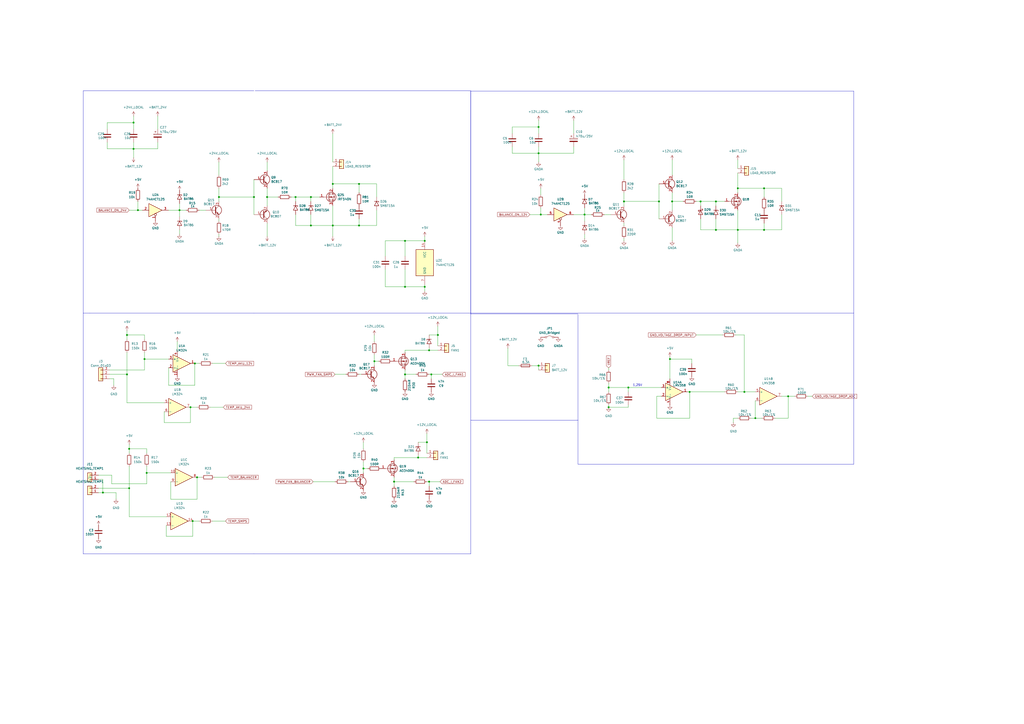
<source format=kicad_sch>
(kicad_sch (version 20231120) (generator "eeschema") (generator_version "8.0")
  (paper "A2")
  (junction (at 389.89 116.84))
  (junction (at 400.05 227.33))
  (junction (at 427.99 133.35))
  (junction (at 312.42 88.9))
  (junction (at 80.01 121.92))
  (junction (at 77.47 71.12))
  (junction (at 180.34 114.3))
  (junction (at 171.45 114.3))
  (junction (at 234.95 217.17))
  (junction (at 147.32 114.3))
  (junction (at 457.2 229.87))
  (junction (at 427.99 109.22))
  (junction (at 73.66 194.31))
  (junction (at 114.3 276.86))
  (junction (at 312.42 73.66))
  (junction (at 415.29 133.35))
  (junction (at 193.04 130.81))
  (junction (at 210.82 271.78))
  (junction (at 104.14 121.92))
  (junction (at 339.09 124.46))
  (junction (at 388.62 208.28))
  (junction (at 443.23 109.22))
  (junction (at 406.4 116.84))
  (junction (at 77.47 86.36))
  (junction (at 193.04 106.68))
  (junction (at 154.94 114.3))
  (junction (at 353.06 224.79))
  (junction (at 180.34 130.81))
  (junction (at 312.42 212.09))
  (junction (at 113.03 210.82))
  (junction (at 313.69 124.46))
  (junction (at 361.95 116.84))
  (junction (at 382.27 116.84))
  (junction (at 74.93 283.21))
  (junction (at 208.28 130.81))
  (junction (at 110.49 236.22))
  (junction (at 208.28 106.68))
  (junction (at 234.95 139.7))
  (junction (at 247.65 256.54))
  (junction (at 438.15 242.57))
  (junction (at 85.09 274.32))
  (junction (at 127 114.3))
  (junction (at 242.57 265.43))
  (junction (at 250.19 217.17))
  (junction (at 111.76 302.26))
  (junction (at 246.38 139.7))
  (junction (at 415.29 116.84))
  (junction (at 234.95 166.37))
  (junction (at 431.8 227.33))
  (junction (at 248.92 279.4))
  (junction (at 74.93 260.35))
  (junction (at 443.23 133.35))
  (junction (at 217.17 209.55))
  (junction (at 353.06 236.22))
  (junction (at 59.69 285.75))
  (junction (at 246.38 166.37))
  (junction (at 73.66 217.17))
  (junction (at 83.82 208.28))
  (junction (at 248.92 203.2))
  (junction (at 254 194.31))
  (junction (at 228.6 279.4))
  (junction (at 364.49 224.79))
  (wire (pts (xy 218.44 106.68) (xy 218.44 114.3)))
  (wire (pts (xy 415.29 133.35) (xy 406.4 133.35)))
  (wire (pts (xy 307.34 124.46) (xy 313.69 124.46)))
  (wire (pts (xy 85.09 262.89) (xy 85.09 260.35)))
  (wire (pts (xy 77.47 71.12) (xy 77.47 74.93)))
  (wire (pts (xy 228.6 276.86) (xy 228.6 279.4)))
  (wire (pts (xy 96.52 304.8) (xy 96.52 311.15)))
  (wire (pts (xy 210.82 256.54) (xy 210.82 260.35)))
  (wire (pts (xy 73.66 233.68) (xy 95.25 233.68)))
  (wire (pts (xy 59.69 278.13) (xy 59.69 285.75)))
  (wire (pts (xy 308.61 212.09) (xy 312.42 212.09)))
  (wire (pts (xy 154.94 93.98) (xy 154.94 99.06)))
  (wire (pts (xy 210.82 267.97) (xy 210.82 271.78)))
  (wire (pts (xy 332.74 88.9) (xy 332.74 85.09)))
  (wire (pts (xy 400.05 227.33) (xy 398.78 227.33)))
  (wire (pts (xy 431.8 227.33) (xy 438.15 227.33)))
  (wire (pts (xy 443.23 109.22) (xy 453.39 109.22)))
  (wire (pts (xy 127 93.98) (xy 127 101.6)))
  (wire (pts (xy 339.09 120.65) (xy 339.09 124.46)))
  (wire (pts (xy 77.47 86.36) (xy 77.47 91.44)))
  (wire (pts (xy 83.82 196.85) (xy 83.82 194.31)))
  (wire (pts (xy 210.82 271.78) (xy 213.36 271.78)))
  (wire (pts (xy 147.32 114.3) (xy 147.32 124.46)))
  (wire (pts (xy 247.65 279.4) (xy 248.92 279.4)))
  (wire (pts (xy 228.6 265.43) (xy 228.6 266.7)))
  (wire (pts (xy 353.06 224.79) (xy 353.06 227.33)))
  (wire (pts (xy 389.89 92.71) (xy 389.89 101.6)))
  (wire (pts (xy 193.04 119.38) (xy 193.04 130.81)))
  (wire (pts (xy 57.15 283.21) (xy 74.93 283.21)))
  (wire (pts (xy 57.15 278.13) (xy 59.69 278.13)))
  (wire (pts (xy 110.49 236.22) (xy 114.3 236.22)))
  (wire (pts (xy 457.2 242.57) (xy 457.2 229.87)))
  (wire (pts (xy 228.6 279.4) (xy 240.03 279.4)))
  (wire (pts (xy 242.57 256.54) (xy 247.65 256.54)))
  (wire (pts (xy 218.44 130.81) (xy 208.28 130.81)))
  (wire (pts (xy 62.23 82.55) (xy 62.23 86.36)))
  (wire (pts (xy 247.65 251.46) (xy 247.65 256.54)))
  (wire (pts (xy 74.93 257.81) (xy 74.93 260.35)))
  (wire (pts (xy 73.66 191.77) (xy 73.66 194.31)))
  (wire (pts (xy 210.82 274.32) (xy 210.82 271.78)))
  (wire (pts (xy 99.06 279.4) (xy 99.06 289.56)))
  (wire (pts (xy 66.04 219.71) (xy 66.04 223.52)))
  (polyline (pts (xy 48.26 52.705) (xy 48.26 181.61)))
  (wire (pts (xy 96.52 311.15) (xy 111.76 311.15)))
  (polyline (pts (xy 48.26 321.31) (xy 48.26 181.61)))
  (wire (pts (xy 406.4 116.84) (xy 406.4 119.38)))
  (polyline (pts (xy 147.32 321.31) (xy 48.26 321.31)))
  (wire (pts (xy 59.69 285.75) (xy 67.31 285.75)))
  (wire (pts (xy 332.74 69.85) (xy 332.74 77.47)))
  (wire (pts (xy 80.01 116.84) (xy 80.01 121.92)))
  (wire (pts (xy 223.52 156.21) (xy 223.52 166.37)))
  (wire (pts (xy 361.95 116.84) (xy 361.95 119.38)))
  (wire (pts (xy 389.89 111.76) (xy 389.89 116.84)))
  (wire (pts (xy 104.14 121.92) (xy 104.14 125.73)))
  (wire (pts (xy 171.45 114.3) (xy 171.45 116.84)))
  (wire (pts (xy 246.38 137.16) (xy 246.38 139.7)))
  (wire (pts (xy 443.23 129.54) (xy 443.23 133.35)))
  (wire (pts (xy 382.27 116.84) (xy 361.95 116.84)))
  (wire (pts (xy 415.29 116.84) (xy 415.29 119.38)))
  (wire (pts (xy 400.05 242.57) (xy 400.05 227.33)))
  (wire (pts (xy 99.06 274.32) (xy 85.09 274.32)))
  (wire (pts (xy 234.95 217.17) (xy 234.95 219.71)))
  (wire (pts (xy 111.76 302.26) (xy 115.57 302.26)))
  (wire (pts (xy 217.17 205.74) (xy 217.17 209.55)))
  (wire (pts (xy 427.99 133.35) (xy 427.99 140.97)))
  (wire (pts (xy 297.18 73.66) (xy 297.18 77.47)))
  (wire (pts (xy 382.27 116.84) (xy 382.27 127)))
  (wire (pts (xy 217.17 212.09) (xy 217.17 209.55)))
  (wire (pts (xy 180.34 130.81) (xy 171.45 130.81)))
  (wire (pts (xy 389.89 139.7) (xy 389.89 132.08)))
  (wire (pts (xy 77.47 82.55) (xy 77.47 86.36)))
  (wire (pts (xy 234.95 203.2) (xy 248.92 203.2)))
  (wire (pts (xy 339.09 135.89) (xy 339.09 138.43)))
  (wire (pts (xy 127 137.16) (xy 127 135.89)))
  (wire (pts (xy 246.38 166.37) (xy 234.95 166.37)))
  (polyline (pts (xy 335.28 269.24) (xy 495.3 269.24)))
  (wire (pts (xy 332.74 124.46) (xy 339.09 124.46)))
  (wire (pts (xy 353.06 213.36) (xy 353.06 214.63)))
  (wire (pts (xy 193.04 130.81) (xy 193.04 137.16)))
  (wire (pts (xy 85.09 274.32) (xy 85.09 270.51)))
  (wire (pts (xy 431.8 194.31) (xy 431.8 227.33)))
  (wire (pts (xy 468.63 229.87) (xy 471.17 229.87)))
  (wire (pts (xy 74.93 283.21) (xy 74.93 299.72)))
  (wire (pts (xy 438.15 242.57) (xy 441.96 242.57)))
  (wire (pts (xy 420.37 116.84) (xy 415.29 116.84)))
  (wire (pts (xy 193.04 130.81) (xy 180.34 130.81)))
  (wire (pts (xy 64.77 275.59) (xy 64.77 280.67)))
  (wire (pts (xy 228.6 279.4) (xy 228.6 281.94)))
  (wire (pts (xy 312.42 73.66) (xy 312.42 77.47)))
  (wire (pts (xy 461.01 229.87) (xy 457.2 229.87)))
  (wire (pts (xy 234.95 217.17) (xy 241.3 217.17)))
  (wire (pts (xy 438.15 232.41) (xy 438.15 242.57)))
  (wire (pts (xy 313.69 124.46) (xy 317.5 124.46)))
  (wire (pts (xy 250.19 217.17) (xy 250.19 219.71)))
  (wire (pts (xy 181.61 279.4) (xy 194.31 279.4)))
  (wire (pts (xy 312.42 69.85) (xy 312.42 73.66)))
  (wire (pts (xy 339.09 124.46) (xy 342.9 124.46)))
  (wire (pts (xy 234.95 139.7) (xy 223.52 139.7)))
  (polyline (pts (xy 335.28 243.84) (xy 335.28 182.372)))
  (wire (pts (xy 312.42 85.09) (xy 312.42 88.9)))
  (wire (pts (xy 59.69 285.75) (xy 57.15 285.75)))
  (wire (pts (xy 201.93 279.4) (xy 203.2 279.4)))
  (wire (pts (xy 208.28 106.68) (xy 218.44 106.68)))
  (wire (pts (xy 388.62 208.28) (xy 401.32 208.28)))
  (wire (pts (xy 83.82 194.31) (xy 73.66 194.31)))
  (wire (pts (xy 438.15 242.57) (xy 435.61 242.57)))
  (wire (pts (xy 147.32 114.3) (xy 127 114.3)))
  (wire (pts (xy 97.79 213.36) (xy 97.79 223.52)))
  (wire (pts (xy 63.5 219.71) (xy 66.04 219.71)))
  (wire (pts (xy 123.19 210.82) (xy 130.81 210.82)))
  (wire (pts (xy 382.27 106.68) (xy 382.27 116.84)))
  (wire (pts (xy 74.93 299.72) (xy 96.52 299.72)))
  (wire (pts (xy 193.04 106.68) (xy 193.04 109.22)))
  (wire (pts (xy 180.34 114.3) (xy 171.45 114.3)))
  (wire (pts (xy 248.92 279.4) (xy 248.92 281.94)))
  (wire (pts (xy 406.4 133.35) (xy 406.4 127)))
  (wire (pts (xy 124.46 276.86) (xy 132.08 276.86)))
  (wire (pts (xy 83.82 208.28) (xy 83.82 204.47)))
  (wire (pts (xy 57.15 275.59) (xy 64.77 275.59)))
  (wire (pts (xy 228.6 265.43) (xy 242.57 265.43)))
  (wire (pts (xy 223.52 139.7) (xy 223.52 148.59)))
  (wire (pts (xy 427.99 133.35) (xy 415.29 133.35)))
  (wire (pts (xy 427.99 109.22) (xy 427.99 111.76)))
  (wire (pts (xy 62.23 86.36) (xy 77.47 86.36)))
  (wire (pts (xy 364.49 224.79) (xy 383.54 224.79)))
  (wire (pts (xy 218.44 121.92) (xy 218.44 130.81)))
  (polyline (pts (xy 273.05 243.84) (xy 335.28 243.84)))
  (wire (pts (xy 77.47 86.36) (xy 91.44 86.36)))
  (wire (pts (xy 339.09 124.46) (xy 339.09 128.27)))
  (wire (pts (xy 95.25 238.76) (xy 95.25 245.11)))
  (polyline (pts (xy 48.26 181.61) (xy 52.07 181.61)))
  (wire (pts (xy 313.69 109.22) (xy 313.69 113.03)))
  (wire (pts (xy 425.45 242.57) (xy 427.99 242.57)))
  (wire (pts (xy 104.14 118.11) (xy 104.14 121.92)))
  (wire (pts (xy 388.62 208.28) (xy 388.62 219.71)))
  (wire (pts (xy 74.93 260.35) (xy 74.93 262.89)))
  (wire (pts (xy 248.92 201.93) (xy 248.92 203.2)))
  (wire (pts (xy 361.95 139.7) (xy 361.95 138.43)))
  (wire (pts (xy 73.66 217.17) (xy 73.66 233.68)))
  (wire (pts (xy 102.87 198.12) (xy 102.87 203.2)))
  (wire (pts (xy 217.17 194.31) (xy 217.17 198.12)))
  (wire (pts (xy 234.95 203.2) (xy 234.95 204.47)))
  (wire (pts (xy 389.89 116.84) (xy 396.24 116.84)))
  (wire (pts (xy 74.93 270.51) (xy 74.93 283.21)))
  (wire (pts (xy 73.66 194.31) (xy 73.66 196.85)))
  (wire (pts (xy 85.09 260.35) (xy 74.93 260.35)))
  (wire (pts (xy 91.44 86.36) (xy 91.44 82.55)))
  (wire (pts (xy 426.72 194.31) (xy 431.8 194.31)))
  (wire (pts (xy 91.44 67.31) (xy 91.44 74.93)))
  (wire (pts (xy 127 128.27) (xy 127 127)))
  (wire (pts (xy 361.95 92.71) (xy 361.95 104.14)))
  (wire (pts (xy 389.89 116.84) (xy 389.89 121.92)))
  (wire (pts (xy 104.14 121.92) (xy 107.95 121.92)))
  (wire (pts (xy 400.05 227.33) (xy 420.37 227.33)))
  (wire (pts (xy 443.23 109.22) (xy 443.23 114.3)))
  (wire (pts (xy 294.64 201.93) (xy 294.64 212.09)))
  (wire (pts (xy 154.94 114.3) (xy 161.29 114.3)))
  (wire (pts (xy 297.18 85.09) (xy 297.18 88.9)))
  (wire (pts (xy 127 114.3) (xy 127 116.84)))
  (wire (pts (xy 427.99 109.22) (xy 443.23 109.22)))
  (wire (pts (xy 242.57 265.43) (xy 247.65 265.43)))
  (wire (pts (xy 127 114.3) (xy 127 109.22)))
  (wire (pts (xy 246.38 166.37) (xy 246.38 165.1)))
  (wire (pts (xy 171.45 130.81) (xy 171.45 124.46)))
  (wire (pts (xy 248.92 194.31) (xy 254 194.31)))
  (wire (pts (xy 95.25 245.11) (xy 110.49 245.11)))
  (wire (pts (xy 180.34 114.3) (xy 180.34 116.84)))
  (wire (pts (xy 427.99 227.33) (xy 431.8 227.33)))
  (wire (pts (xy 111.76 311.15) (xy 111.76 302.26)))
  (wire (pts (xy 388.62 207.01) (xy 388.62 208.28)))
  (wire (pts (xy 147.32 104.14) (xy 147.32 114.3)))
  (polyline (pts (xy 273.05 182.118) (xy 335.28 182.118)))
  (wire (pts (xy 254 189.23) (xy 254 194.31)))
  (wire (pts (xy 312.42 88.9) (xy 312.42 93.98)))
  (wire (pts (xy 193.04 77.47) (xy 193.04 93.98)))
  (wire (pts (xy 427.99 121.92) (xy 427.99 133.35)))
  (wire (pts (xy 180.34 124.46) (xy 180.34 130.81)))
  (polyline (pts (xy 273.05 181.61) (xy 273.05 321.31)))
  (wire (pts (xy 449.58 242.57) (xy 457.2 242.57)))
  (wire (pts (xy 242.57 264.16) (xy 242.57 265.43)))
  (wire (pts (xy 415.29 127) (xy 415.29 133.35)))
  (wire (pts (xy 171.45 114.3) (xy 168.91 114.3)))
  (wire (pts (xy 383.54 229.87) (xy 381 229.87)))
  (wire (pts (xy 194.31 217.17) (xy 200.66 217.17)))
  (wire (pts (xy 246.38 168.91) (xy 246.38 166.37)))
  (wire (pts (xy 353.06 236.22) (xy 364.49 236.22)))
  (wire (pts (xy 361.95 116.84) (xy 361.95 111.76)))
  (polyline (pts (xy 147.955 52.705) (xy 273.05 52.705)))
  (wire (pts (xy 312.42 88.9) (xy 332.74 88.9)))
  (wire (pts (xy 453.39 133.35) (xy 443.23 133.35)))
  (wire (pts (xy 85.09 280.67) (xy 85.09 274.32)))
  (wire (pts (xy 64.77 280.67) (xy 85.09 280.67)))
  (wire (pts (xy 453.39 109.22) (xy 453.39 116.84)))
  (wire (pts (xy 381 229.87) (xy 381 242.57)))
  (wire (pts (xy 443.23 133.35) (xy 427.99 133.35)))
  (wire (pts (xy 381 242.57) (xy 400.05 242.57)))
  (wire (pts (xy 427.99 100.33) (xy 427.99 109.22)))
  (wire (pts (xy 427.99 92.71) (xy 427.99 97.79)))
  (wire (pts (xy 250.19 217.17) (xy 256.54 217.17)))
  (wire (pts (xy 313.69 120.65) (xy 313.69 124.46)))
  (wire (pts (xy 154.94 114.3) (xy 154.94 119.38)))
  (wire (pts (xy 247.65 256.54) (xy 247.65 262.89)))
  (wire (pts (xy 123.19 302.26) (xy 130.81 302.26)))
  (wire (pts (xy 77.47 67.31) (xy 77.47 71.12)))
  (wire (pts (xy 67.31 285.75) (xy 67.31 289.56)))
  (polyline (pts (xy 52.07 181.61) (xy 147.32 181.61)))
  (wire (pts (xy 364.49 236.22) (xy 364.49 234.95)))
  (wire (pts (xy 353.06 222.25) (xy 353.06 224.79)))
  (wire (pts (xy 208.28 127) (xy 208.28 130.81)))
  (wire (pts (xy 401.32 208.28) (xy 401.32 210.82)))
  (wire (pts (xy 104.14 133.35) (xy 104.14 135.89)))
  (wire (pts (xy 248.92 279.4) (xy 255.27 279.4)))
  (wire (pts (xy 353.06 224.79) (xy 364.49 224.79)))
  (wire (pts (xy 457.2 229.87) (xy 453.39 229.87)))
  (wire (pts (xy 248.92 203.2) (xy 254 203.2)))
  (wire (pts (xy 193.04 96.52) (xy 193.04 106.68)))
  (wire (pts (xy 406.4 116.84) (xy 403.86 116.84)))
  (wire (pts (xy 254 194.31) (xy 254 200.66)))
  (wire (pts (xy 63.5 217.17) (xy 73.66 217.17)))
  (wire (pts (xy 208.28 106.68) (xy 208.28 111.76)))
  (polyline (pts (xy 273.05 321.31) (xy 147.32 321.31)))
  (wire (pts (xy 403.86 194.31) (xy 419.1 194.31)))
  (wire (pts (xy 294.64 212.09) (xy 300.99 212.09)))
  (wire (pts (xy 62.23 71.12) (xy 62.23 74.93)))
  (wire (pts (xy 364.49 224.79) (xy 364.49 227.33)))
  (wire (pts (xy 361.95 130.81) (xy 361.95 129.54)))
  (wire (pts (xy 154.94 109.22) (xy 154.94 114.3)))
  (wire (pts (xy 97.79 208.28) (xy 83.82 208.28)))
  (wire (pts (xy 115.57 121.92) (xy 119.38 121.92)))
  (wire (pts (xy 113.03 210.82) (xy 115.57 210.82)))
  (wire (pts (xy 113.03 223.52) (xy 113.03 210.82)))
  (wire (pts (xy 193.04 106.68) (xy 208.28 106.68)))
  (wire (pts (xy 208.28 130.81) (xy 193.04 130.81)))
  (wire (pts (xy 248.92 217.17) (xy 250.19 217.17)))
  (wire (pts (xy 114.3 276.86) (xy 116.84 276.86)))
  (wire (pts (xy 97.79 223.52) (xy 113.03 223.52)))
  (wire (pts (xy 234.95 148.59) (xy 234.95 139.7)))
  (polyline (pts (xy 147.32 52.705) (xy 48.26 52.705)))
  (wire (pts (xy 425.45 245.11) (xy 425.45 242.57)))
  (wire (pts (xy 234.95 139.7) (xy 246.38 139.7)))
  (wire (pts (xy 353.06 236.22) (xy 353.06 234.95)))
  (wire (pts (xy 62.23 71.12) (xy 77.47 71.12)))
  (wire (pts (xy 63.5 214.63) (xy 83.82 214.63)))
  (wire (pts (xy 297.18 73.66) (xy 312.42 73.66)))
  (wire (pts (xy 234.95 166.37) (xy 234.95 156.21)))
  (wire (pts (xy 83.82 214.63) (xy 83.82 208.28)))
  (wire (pts (xy 185.42 114.3) (xy 180.34 114.3)))
  (wire (pts (xy 80.01 121.92) (xy 74.93 121.92)))
  (wire (pts (xy 208.28 217.17) (xy 209.55 217.17)))
  (wire (pts (xy 415.29 116.84) (xy 406.4 116.84)))
  (polyline (pts (xy 335.28 243.84) (xy 335.28 269.24)))
  (wire (pts (xy 82.55 121.92) (xy 80.01 121.92)))
  (wire (pts (xy 114.3 289.56) (xy 114.3 276.86)))
  (wire (pts (xy 297.18 88.9) (xy 312.42 88.9)))
  (polyline (pts (xy 495.3 181.61) (xy 495.3 269.24)))
  (wire (pts (xy 350.52 124.46) (xy 354.33 124.46)))
  (wire (pts (xy 154.94 137.16) (xy 154.94 129.54)))
  (polyline (pts (xy 147.32 181.61) (xy 273.05 181.61)))
  (wire (pts (xy 97.79 121.92) (xy 104.14 121.92)))
  (wire (pts (xy 217.17 209.55) (xy 219.71 209.55)))
  (wire (pts (xy 121.92 236.22) (xy 129.54 236.22)))
  (wire (pts (xy 99.06 289.56) (xy 114.3 289.56)))
  (polyline (pts (xy 273.05 52.705) (xy 273.05 182.245)))
  (wire (pts (xy 110.49 245.11) (xy 110.49 236.22)))
  (wire (pts (xy 223.52 166.37) (xy 234.95 166.37)))
  (wire (pts (xy 453.39 124.46) (xy 453.39 133.35)))
  (wire (pts (xy 234.95 214.63) (xy 234.95 217.17)))
  (wire (pts (xy 312.42 212.09) (xy 312.42 214.63)))
  (wire (pts (xy 73.66 204.47) (xy 73.66 217.17)))
  (rectangle (start 273.05 52.832) (end 495.3 181.61))
  (text "1,25V" (at 369.824 223.52 0) (effects (font (size 1.27 1.27))))
  (global_label "TEMP_AKU_24V" (shape input) (at 129.54 236.22 0) (property "Intersheetrefs" "${INTERSHEET_REFS}" (effects (hide yes))))
  (global_label "PWM_FAN_SMPS" (shape input) (at 194.31 217.17 180) (property "Intersheetrefs" "${INTERSHEET_REFS}" (effects (hide yes))))
  (global_label "TEMP_SMPS" (shape input) (at 130.81 302.26 0) (property "Intersheetrefs" "${INTERSHEET_REFS}" (effects (hide yes))))
  (global_label "TEMP_BALANCER" (shape input) (at 132.08 276.86 0) (property "Intersheetrefs" "${INTERSHEET_REFS}" (effects (hide yes))))
  (global_label "BALANCE_ON_12V" (shape input) (at 307.34 124.46 180) (property "Intersheetrefs" "${INTERSHEET_REFS}" (effects (hide yes))))
  (global_label "VREF" (shape input) (at 353.06 213.36 90) (property "Intersheetrefs" "${INTERSHEET_REFS}" (effects (hide yes))))
  (global_label "PWM_FAN_BALANCER" (shape input) (at 181.61 279.4 180) (property "Intersheetrefs" "${INTERSHEET_REFS}" (effects (hide yes))))
  (global_label "GND_VOLTAGE_DROP_INPUT" (shape input) (at 403.86 194.31 180) (property "Intersheetrefs" "${INTERSHEET_REFS}" (effects (hide yes))))
  (global_label "ADC_I_FAN2" (shape input) (at 255.27 279.4 0) (property "Intersheetrefs" "${INTERSHEET_REFS}" (effects (hide yes))))
  (global_label "ADC_I_FAN1" (shape input) (at 256.54 217.17 0) (property "Intersheetrefs" "${INTERSHEET_REFS}" (effects (hide yes))))
  (global_label "BALANCE_ON_24V" (shape input) (at 74.93 121.92 180) (property "Intersheetrefs" "${INTERSHEET_REFS}" (effects (hide yes))))
  (global_label "TEMP_AKU_12V" (shape input) (at 130.81 210.82 0) (property "Intersheetrefs" "${INTERSHEET_REFS}" (effects (hide yes))))
  (global_label "GND_VOLTAGE_DROP_ADC" (shape input) (at 471.17 229.87 0) (property "Intersheetrefs" "${INTERSHEET_REFS}" (effects (hide yes))))
  (symbol (lib_id "Device:R") (at 119.38 210.82 90) (unit 1)
    (property "Reference" "R21" (at 119.38 205.74 90))
    (property "Value" "1k" (at 119.38 208.28 90))
    (property "Footprint" "Resistor_SMD:R_0805_2012Metric_Pad1.20x1.40mm_HandSolder" (effects (hide yes)))
    (property "Description" "Resistor" (effects (hide yes)))
  )
  (symbol (lib_id "Device:R") (at 243.84 279.4 90) (unit 1)
    (property "Reference" "R44" (at 243.84 274.32 90))
    (property "Value" "1k" (at 243.84 276.86 90))
    (property "Footprint" "Resistor_SMD:R_0805_2012Metric_Pad1.20x1.40mm_HandSolder" (effects (hide yes)))
    (property "Description" "Resistor" (effects (hide yes)))
  )
  (symbol (lib_id "Device:R") (at 208.28 115.57 0) (mirror y) (unit 1)
    (property "Reference" "R81" (at 210.058 114.3578 0) (effects (justify right)))
    (property "Value" "10R" (at 210.058 116.7821 0) (effects (justify right)))
    (property "Footprint" "Resistor_THT:R_Axial_DIN0204_L3.6mm_D1.6mm_P7.62mm_Horizontal" (effects (hide yes)))
    (property "Description" "Resistor" (effects (hide yes)))
  )
  (symbol (lib_id "Device:R") (at 204.47 217.17 90) (unit 1)
    (property "Reference" "R33" (at 204.47 212.09 90))
    (property "Value" "10k" (at 204.47 214.63 90))
    (property "Footprint" "Resistor_SMD:R_0805_2012Metric_Pad1.20x1.40mm_HandSolder" (effects (hide yes)))
    (property "Description" "Resistor" (effects (hide yes)))
  )
  (symbol (lib_id "power:+5V") (at 102.87 198.12 0) (unit 1)
    (property "Reference" "#PWR018" (effects (hide yes)))
    (property "Value" "+5V" (at 102.87 193.04 0))
    (property "Description" "Power symbol creates a global label with name \"+5V\"" (effects (hide yes)))
  )
  (symbol (lib_id "Connector_Generic:Conn_01x02") (at 317.5 212.09 0) (unit 1)
    (property "Reference" "J7" (at 320.04 212.0899 0) (effects (justify left)))
    (property "Value" "BATT_12V" (at 320.04 214.6299 0) (effects (justify left)))
    (property "Footprint" "My-Footprints-connectors:Flat-6,3mm-connector-2P" (effects (hide yes)))
    (property "Description" "Generic connector, single row, 01x02, script generated (kicad-library-utils/schlib/autogen/connector/)" (effects (hide yes)))
  )
  (symbol (lib_id "Device:C") (at 77.47 78.74 0) (unit 1)
    (property "Reference" "C28" (at 71.882 77.724 0) (effects (justify left)))
    (property "Value" "10u" (at 72.136 80.01 0) (effects (justify left)))
    (property "Footprint" "Capacitor_SMD:C_0805_2012Metric_Pad1.18x1.45mm_HandSolder" (effects (hide yes)))
    (property "Description" "Unpolarized capacitor" (effects (hide yes)))
  )
  (symbol (lib_id "power:+5V") (at 57.15 304.8 0) (unit 1)
    (property "Reference" "#PWR07" (effects (hide yes)))
    (property "Value" "+5V" (at 57.15 299.72 0))
    (property "Description" "Power symbol creates a global label with name \"+5V\"" (effects (hide yes)))
  )
  (symbol (lib_id "power:+5V") (at 210.82 256.54 0) (unit 1)
    (property "Reference" "#PWR034" (effects (hide yes)))
    (property "Value" "+12V_LOCAL" (at 210.82 251.46 0))
    (property "Description" "Power symbol creates a global label with name \"+5V\"" (effects (hide yes)))
  )
  (symbol (lib_id "power:+5V") (at 254 189.23 0) (unit 1)
    (property "Reference" "#PWR029" (effects (hide yes)))
    (property "Value" "+12V_LOCAL" (at 254 184.15 0))
    (property "Description" "Power symbol creates a global label with name \"+5V\"" (effects (hide yes)))
  )
  (symbol (lib_id "Device:R") (at 111.76 121.92 270) (unit 1)
    (property "Reference" "R15" (at 111.506 117.856 90))
    (property "Value" "1k" (at 111.76 119.634 90))
    (property "Footprint" "Resistor_SMD:R_0805_2012Metric_Pad1.20x1.40mm_HandSolder" (effects (hide yes)))
    (property "Description" "Resistor" (effects (hide yes)))
  )
  (symbol (lib_id "Amplifier_Operational:LM324") (at 102.87 236.22 0) (unit 2)
    (property "Reference" "U1" (at 102.87 226.06 0))
    (property "Value" "LM324" (at 102.87 228.6 0))
    (property "Footprint" "Package_SO:SOIC-14_3.9x8.7mm_P1.27mm" (effects (hide yes)))
    (property "Datasheet" "http://www.ti.com/lit/ds/symlink/lm2902-n.pdf" (effects (hide yes)))
    (property "Description" "Low-Power, Quad-Operational Amplifiers, DIP-14/SOIC-14/SSOP-14" (effects (hide yes)))
  )
  (symbol (lib_id "power:+5V") (at 312.42 69.85 0) (unit 1)
    (property "Reference" "#PWR085" (effects (hide yes)))
    (property "Value" "+12V_LOCAL" (at 312.42 64.77 0))
    (property "Description" "Power symbol creates a global label with name \"+5V\"" (effects (hide yes)))
  )
  (symbol (lib_id "power:+BATT") (at 154.94 137.16 180) (unit 1)
    (property "Reference" "#PWR084" (effects (hide yes)))
    (property "Value" "+BATT_12V" (at 154.94 142.24 0))
    (property "Description" "Power symbol creates a global label with name \"+BATT\"" (effects (hide yes)))
  )
  (symbol (lib_id "power:+5V") (at 217.17 194.31 0) (unit 1)
    (property "Reference" "#PWR036" (effects (hide yes)))
    (property "Value" "+12V_LOCAL" (at 217.17 189.23 0))
    (property "Description" "Power symbol creates a global label with name \"+5V\"" (effects (hide yes)))
  )
  (symbol (lib_id "Transistor_BJT:BC807") (at 152.4 124.46 0) (mirror x) (unit 1)
    (property "Reference" "Q10" (at 160.02 123.0517 0))
    (property "Value" "BC807" (at 160.02 125.476 0))
    (property "Footprint" "Package_TO_SOT_SMD:SOT-23" (effects (hide yes)))
    (property "Datasheet" "https://www.onsemi.com/pub/Collateral/BC808-D.pdf" (effects (hide yes)))
    (property "Description" "0.8A Ic, 45V Vce, PNP Transistor, SOT-23" (effects (hide yes)))
  )
  (symbol (lib_id "Device:C_Polarized") (at 91.44 78.74 0) (unit 1)
    (property "Reference" "C27" (at 92.71 73.914 0) (effects (justify left)))
    (property "Value" "470u/25V" (at 92.71 76.454 0) (effects (justify left)))
    (property "Footprint" "Capacitor_THT:CP_Radial_D8.0mm_P2.50mm" (effects (hide yes)))
    (property "Description" "Polarized capacitor" (effects (hide yes)))
  )
  (symbol (lib_id "Diode:SM6T15A") (at 339.09 132.08 270) (unit 1)
    (property "Reference" "D14" (at 341.122 130.8678 90) (effects (justify left)))
    (property "Value" "BAT86" (at 341.376 133.096 90) (effects (justify left)))
    (property "Footprint" "Diode_SMD:D_MiniMELF" (effects (hide yes)))
    (property "Datasheet" "https://www.st.com/resource/en/datasheet/sm6t.pdf" (effects (hide yes)))
    (property "Description" "600W unidirectional Transil Transient Voltage Suppressor, 15Vrwm, DO-214AA" (effects (hide yes)))
  )
  (symbol (lib_id "Diode:SM6T15A") (at 248.92 198.12 90) (mirror x) (unit 1)
    (property "Reference" "D8" (at 246.888 196.9078 90) (effects (justify left)))
    (property "Value" "BAT86" (at 246.634 199.136 90) (effects (justify left)))
    (property "Footprint" "Diode_SMD:D_MiniMELF" (effects (hide yes)))
    (property "Datasheet" "https://www.st.com/resource/en/datasheet/sm6t.pdf" (effects (hide yes)))
    (property "Description" "600W unidirectional Transil Transient Voltage Suppressor, 15Vrwm, DO-214AA" (effects (hide yes)))
  )
  (symbol (lib_id "power:+BATT") (at 91.44 67.31 0) (unit 1)
    (property "Reference" "#PWR097" (effects (hide yes)))
    (property "Value" "+BATT_24V" (at 91.44 62.23 0))
    (property "Description" "Power symbol creates a global label with name \"+BATT\"" (effects (hide yes)))
  )
  (symbol (lib_id "Device:R") (at 217.17 201.93 180) (unit 1)
    (property "Reference" "R29" (at 212.09 201.93 90))
    (property "Value" "10k" (at 214.63 201.93 90))
    (property "Footprint" "Resistor_SMD:R_0805_2012Metric_Pad1.20x1.40mm_HandSolder" (effects (hide yes)))
    (property "Description" "Resistor" (effects (hide yes)))
  )
  (symbol (lib_id "Diode:SM6T15A") (at 104.14 129.54 270) (unit 1)
    (property "Reference" "D9" (at 106.172 128.3278 90) (effects (justify left)))
    (property "Value" "BAT86" (at 106.426 130.556 90) (effects (justify left)))
    (property "Footprint" "Diode_SMD:D_MiniMELF" (effects (hide yes)))
    (property "Datasheet" "https://www.st.com/resource/en/datasheet/sm6t.pdf" (effects (hide yes)))
    (property "Description" "600W unidirectional Transil Transient Voltage Suppressor, 15Vrwm, DO-214AA" (effects (hide yes)))
  )
  (symbol (lib_id "power:GND") (at 90.17 128.27 0) (unit 1)
    (property "Reference" "#PWR025" (effects (hide yes)))
    (property "Value" "GND" (at 90.17 132.334 0))
    (property "Description" "Power symbol creates a global label with name \"GND\" , ground" (effects (hide yes)))
  )
  (symbol (lib_id "Device:C") (at 234.95 152.4 0) (unit 1)
    (property "Reference" "C26" (at 227.838 152.146 0) (effects (justify left)))
    (property "Value" "1u" (at 228.346 154.686 0) (effects (justify left)))
    (property "Footprint" "Capacitor_SMD:C_0805_2012Metric_Pad1.18x1.45mm_HandSolder" (effects (hide yes)))
    (property "Description" "Unpolarized capacitor" (effects (hide yes)))
  )
  (symbol (lib_id "Device:R") (at 74.93 266.7 0) (unit 1)
    (property "Reference" "R14" (at 77.47 265.4299 0) (effects (justify left)))
    (property "Value" "150k" (at 77.47 267.9699 0) (effects (justify left)))
    (property "Footprint" "Resistor_SMD:R_0805_2012Metric_Pad1.20x1.40mm_HandSolder" (effects (hide yes)))
    (property "Description" "Resistor" (effects (hide yes)))
  )
  (symbol (lib_id "Device:R") (at 85.09 266.7 0) (unit 1)
    (property "Reference" "R17" (at 87.63 265.4299 0) (effects (justify left)))
    (property "Value" "150k" (at 87.63 267.9699 0) (effects (justify left)))
    (property "Footprint" "Resistor_SMD:R_0805_2012Metric_Pad1.20x1.40mm_HandSolder" (effects (hide yes)))
    (property "Description" "Resistor" (effects (hide yes)))
  )
  (symbol (lib_id "Device:C") (at 62.23 78.74 0) (unit 1)
    (property "Reference" "C29" (at 56.642 77.724 0) (effects (justify left)))
    (property "Value" "100n" (at 56.896 80.01 0) (effects (justify left)))
    (property "Footprint" "Capacitor_SMD:C_0805_2012Metric_Pad1.18x1.45mm_HandSolder" (effects (hide yes)))
    (property "Description" "Unpolarized capacitor" (effects (hide yes)))
  )
  (symbol (lib_id "power:GND") (at 388.62 234.95 0) (unit 1)
    (property "Reference" "#PWR0122" (effects (hide yes)))
    (property "Value" "GND" (at 388.62 239.268 0))
    (property "Description" "Power symbol creates a global label with name \"GND\" , ground" (effects (hide yes)))
  )
  (symbol (lib_id "power:+5V") (at 74.93 257.81 0) (unit 1)
    (property "Reference" "#PWR015" (effects (hide yes)))
    (property "Value" "+5V" (at 74.93 252.73 0))
    (property "Description" "Power symbol creates a global label with name \"+5V\"" (effects (hide yes)))
  )
  (symbol (lib_id "power:+BATT") (at 294.64 201.93 0) (unit 1)
    (property "Reference" "#PWR049" (effects (hide yes)))
    (property "Value" "+BATT_12V" (at 294.64 196.85 0))
    (property "Description" "Power symbol creates a global label with name \"+BATT\"" (effects (hide yes)))
  )
  (symbol (lib_id "Device:R") (at 361.95 134.62 0) (unit 1)
    (property "Reference" "R31" (at 363.728 133.4078 0) (effects (justify left)))
    (property "Value" "220R" (at 363.728 135.8321 0) (effects (justify left)))
    (property "Footprint" "Resistor_SMD:R_0805_2012Metric_Pad1.20x1.40mm_HandSolder" (effects (hide yes)))
    (property "Description" "Resistor" (effects (hide yes)))
  )
  (symbol (lib_id "power:+BATT") (at 127 93.98 0) (unit 1)
    (property "Reference" "#PWR068" (effects (hide yes)))
    (property "Value" "+24V_LOCAL" (at 127 88.9 0))
    (property "Description" "Power symbol creates a global label with name \"+BATT\"" (effects (hide yes)))
  )
  (symbol (lib_id "Diode:SM6T15A") (at 242.57 260.35 90) (mirror x) (unit 1)
    (property "Reference" "D21" (at 240.538 259.1378 90) (effects (justify left)))
    (property "Value" "BAT86" (at 240.284 261.366 90) (effects (justify left)))
    (property "Footprint" "Diode_SMD:D_MiniMELF" (effects (hide yes)))
    (property "Datasheet" "https://www.st.com/resource/en/datasheet/sm6t.pdf" (effects (hide yes)))
    (property "Description" "600W unidirectional Transil Transient Voltage Suppressor, 15Vrwm, DO-214AA" (effects (hide yes)))
  )
  (symbol (lib_id "Transistor_BJT:BC817") (at 152.4 104.14 0) (unit 1)
    (property "Reference" "Q9" (at 157.2514 102.9278 0) (effects (justify left)))
    (property "Value" "BC817" (at 157.2514 105.3521 0) (effects (justify left)))
    (property "Footprint" "Package_TO_SOT_SMD:SOT-23" (effects (hide yes)))
    (property "Datasheet" "https://www.onsemi.com/pub/Collateral/BC818-D.pdf" (effects (hide yes)))
    (property "Description" "0.8A Ic, 45V Vce, NPN Transistor, SOT-23" (effects (hide yes)))
  )
  (symbol (lib_id "power:GNDA") (at 361.95 139.7 0) (mirror y) (unit 1)
    (property "Reference" "#PWR037" (effects (hide yes)))
    (property "Value" "GNDA" (at 361.95 143.8331 0))
    (property "Description" "Power symbol creates a global label with name \"GNDA\" , analog ground" (effects (hide yes)))
  )
  (symbol (lib_id "Connector_Generic:Conn_01x02") (at 252.73 262.89 0) (unit 1)
    (property "Reference" "J6" (at 255.27 262.8899 0) (effects (justify left)))
    (property "Value" "FAN1" (at 255.27 265.4299 0) (effects (justify left)))
    (property "Footprint" "Connector_JST:JST_EH_B2B-EH-A_1x02_P2.50mm_Vertical" (effects (hide yes)))
    (property "Description" "Generic connector, single row, 01x02, script generated (kicad-library-utils/schlib/autogen/connector/)" (effects (hide yes)))
  )
  (symbol (lib_id "Transistor_FET:IRF540N") (at 190.5 114.3 0) (unit 1)
    (property "Reference" "Q25" (at 195.707 113.0878 0) (effects (justify left)))
    (property "Value" "IRF540N" (at 195.707 115.5121 0) (effects (justify left)))
    (property "Footprint" "My-Footprints:TO-220-3_Vertical-little-bigger pads" (effects (hide yes)))
    (property "Datasheet" "http://www.irf.com/product-info/datasheets/data/irf540n.pdf" (effects (hide yes)))
    (property "Description" "33A Id, 100V Vds, HEXFET N-Channel MOSFET, TO-220" (effects (hide yes)))
  )
  (symbol (lib_id "power:GND") (at 210.82 284.48 0) (unit 1)
    (property "Reference" "#PWR039" (effects (hide yes)))
    (property "Value" "GND" (at 210.82 288.544 0))
    (property "Description" "Power symbol creates a global label with name \"GND\" , ground" (effects (hide yes)))
  )
  (symbol (lib_id "Device:R") (at 165.1 114.3 270) (mirror x) (unit 1)
    (property "Reference" "R70" (at 165.1 109.1395 90))
    (property "Value" "10R" (at 165.1 111.5638 90))
    (property "Footprint" "Resistor_SMD:R_0805_2012Metric_Pad1.20x1.40mm_HandSolder" (effects (hide yes)))
    (property "Description" "Resistor" (effects (hide yes)))
  )
  (symbol (lib_id "power:+5V") (at 339.09 113.03 0) (unit 1)
    (property "Reference" "#PWR0113" (effects (hide yes)))
    (property "Value" "+5V" (at 339.09 107.95 0))
    (property "Description" "Power symbol creates a global label with name \"+5V\"" (effects (hide yes)))
  )
  (symbol (lib_id "Diode:SM6T15A") (at 218.44 118.11 270) (unit 1)
    (property "Reference" "D26" (at 220.472 116.8978 90) (effects (justify left)))
    (property "Value" "SM6T15A" (at 220.472 119.3221 90) (effects (justify left)))
    (property "Footprint" "Diode_SMD:D_SMB" (effects (hide yes)))
    (property "Datasheet" "https://www.st.com/resource/en/datasheet/sm6t.pdf" (effects (hide yes)))
    (property "Description" "600W unidirectional Transil Transient Voltage Suppressor, 15Vrwm, DO-214AA" (effects (hide yes)))
  )
  (symbol (lib_id "power:GND") (at 234.95 227.33 0) (unit 1)
    (property "Reference" "#PWR033" (effects (hide yes)))
    (property "Value" "GND" (at 234.95 231.394 0))
    (property "Description" "Power symbol creates a global label with name \"GND\" , ground" (effects (hide yes)))
  )
  (symbol (lib_id "Amplifier_Operational:LM324") (at 105.41 210.82 0) (unit 5)
    (property "Reference" "U1" (effects (hide yes)))
    (property "Value" "LM324" (effects (hide yes)))
    (property "Footprint" "Package_SO:SOIC-14_3.9x8.7mm_P1.27mm" (effects (hide yes)))
    (property "Datasheet" "http://www.ti.com/lit/ds/symlink/lm2902-n.pdf" (effects (hide yes)))
    (property "Description" "Low-Power, Quad-Operational Amplifiers, DIP-14/SOIC-14/SSOP-14" (effects (hide yes)))
  )
  (symbol (lib_id "Device:Fuse") (at 304.8 212.09 90) (unit 1)
    (property "Reference" "F3" (at 304.546 208.28 90))
    (property "Value" "6,3A" (at 305.054 210.058 90))
    (property "Footprint" "My-Footprints:Fuseholder_Clip-5x20mm_Eaton_1A5601-01_Inline_P20.80x6.76mm_D1.70mm_Horizontal" (effects (hide yes)))
    (property "Description" "Fuse" (effects (hide yes)))
  )
  (symbol (lib_id "power:+5V") (at 80.01 109.22 0) (unit 1)
    (property "Reference" "#PWR024" (effects (hide yes)))
    (property "Value" "+5V" (at 80.01 104.14 0))
    (property "Description" "Power symbol creates a global label with name \"+5V\"" (effects (hide yes)))
  )
  (symbol (lib_id "Amplifier_Operational:LMV358") (at 391.16 227.33 0) (unit 1)
    (property "Reference" "U14" (at 392.938 221.742 0))
    (property "Value" "LMV358" (at 394.208 223.52 0))
    (property "Footprint" "Package_SO:SOIC-8_3.9x4.9mm_P1.27mm" (effects (hide yes)))
    (property "Datasheet" "http://www.ti.com/lit/ds/symlink/lmv324.pdf" (effects (hide yes)))
    (property "Description" "Dual Low-Voltage Rail-to-Rail Output Operational Amplifiers, SOIC-8/SSOP-8" (effects (hide yes)))
  )
  (symbol (lib_id "Device:C_Polarized") (at 332.74 81.28 0) (unit 1)
    (property "Reference" "C10" (at 334.01 76.454 0) (effects (justify left)))
    (property "Value" "470u/25V" (at 334.01 78.994 0) (effects (justify left)))
    (property "Footprint" "Capacitor_THT:CP_Radial_D8.0mm_P2.50mm" (effects (hide yes)))
    (property "Description" "Polarized capacitor" (effects (hide yes)))
  )
  (symbol (lib_id "power:GND") (at 353.06 236.22 0) (unit 1)
    (property "Reference" "#PWR0121" (effects (hide yes)))
    (property "Value" "GND" (at 353.06 241.3 0))
    (property "Description" "Power symbol creates a global label with name \"GND\" , ground" (effects (hide yes)))
  )
  (symbol (lib_id "power:GND") (at 57.15 312.42 0) (unit 1)
    (property "Reference" "#PWR08" (effects (hide yes)))
    (property "Value" "GND" (at 57.15 317.5 0))
    (property "Description" "Power symbol creates a global label with name \"GND\" , ground" (effects (hide yes)))
  )
  (symbol (lib_id "Device:C") (at 250.19 223.52 180) (unit 1)
    (property "Reference" "C9" (at 257.302 223.774 0) (effects (justify left)))
    (property "Value" "47n" (at 257.81 221.234 0) (effects (justify left)))
    (property "Footprint" "Capacitor_SMD:C_0805_2012Metric_Pad1.18x1.45mm_HandSolder" (effects (hide yes)))
    (property "Description" "Unpolarized capacitor" (effects (hide yes)))
  )
  (symbol (lib_id "power:GND") (at 313.69 195.58 0) (unit 1)
    (property "Reference" "#PWR051" (effects (hide yes)))
    (property "Value" "GND" (at 313.69 200.66 0))
    (property "Description" "Power symbol creates a global label with name \"GND\" , ground" (effects (hide yes)))
  )
  (symbol (lib_id "power:GND") (at 102.87 218.44 0) (unit 1)
    (property "Reference" "#PWR019" (effects (hide yes)))
    (property "Value" "GND" (at 102.87 222.504 0))
    (property "Description" "Power symbol creates a global label with name \"GND\" , ground" (effects (hide yes)))
  )
  (symbol (lib_id "power:GNDA") (at 312.42 93.98 0) (mirror y) (unit 1)
    (property "Reference" "#PWR046" (effects (hide yes)))
    (property "Value" "GNDA" (at 312.42 98.1131 0))
    (property "Description" "Power symbol creates a global label with name \"GNDA\" , analog ground" (effects (hide yes)))
  )
  (symbol (lib_id "Device:R") (at 73.66 200.66 0) (unit 1)
    (property "Reference" "R13" (at 76.2 199.3899 0) (effects (justify left)))
    (property "Value" "150k" (at 76.2 201.9299 0) (effects (justify left)))
    (property "Footprint" "Resistor_SMD:R_0805_2012Metric_Pad1.20x1.40mm_HandSolder" (effects (hide yes)))
    (property "Description" "Resistor" (effects (hide yes)))
  )
  (symbol (lib_id "74xx:74AHCT125") (at 325.12 124.46 0) (unit 2)
    (property "Reference" "U2" (at 325.12 115.57 0))
    (property "Value" "74AHCT125" (at 325.12 118.11 0))
    (property "Footprint" "Package_SO:SOIC-14_3.9x8.7mm_P1.27mm" (effects (hide yes)))
    (property "Datasheet" "https://www.ti.com/lit/ds/symlink/sn74ahct125.pdf" (effects (hide yes)))
    (property "Description" "Quadruple Bus Buffer Gates With 3-State Outputs" (effects (hide yes)))
  )
  (symbol (lib_id "power:GNDA") (at 127 137.16 0) (mirror y) (unit 1)
    (property "Reference" "#PWR017" (effects (hide yes)))
    (property "Value" "GNDA" (at 127 141.2931 0))
    (property "Description" "Power symbol creates a global label with name \"GNDA\" , analog ground" (effects (hide yes)))
  )
  (symbol (lib_id "Amplifier_Operational:LMV358") (at 391.16 227.33 0) (unit 3)
    (property "Reference" "U14" (effects (hide yes)))
    (property "Value" "LMV358" (effects (hide yes)))
    (property "Footprint" "Package_SO:SOIC-8_3.9x4.9mm_P1.27mm" (effects (hide yes)))
    (property "Datasheet" "http://www.ti.com/lit/ds/symlink/lmv324.pdf" (effects (hide yes)))
    (property "Description" "Dual Low-Voltage Rail-to-Rail Output Operational Amplifiers, SOIC-8/SSOP-8" (effects (hide yes)))
  )
  (symbol (lib_id "power:GND") (at 217.17 222.25 0) (unit 1)
    (property "Reference" "#PWR035" (effects (hide yes)))
    (property "Value" "GND" (at 217.17 226.314 0))
    (property "Description" "Power symbol creates a global label with name \"GND\" , ground" (effects (hide yes)))
  )
  (symbol (lib_id "power:+BATT") (at 427.99 92.71 0) (unit 1)
    (property "Reference" "#PWR045" (effects (hide yes)))
    (property "Value" "+BATT_12V" (at 427.99 87.63 0))
    (property "Description" "Power symbol creates a global label with name \"+BATT\"" (effects (hide yes)))
  )
  (symbol (lib_id "Device:C") (at 364.49 231.14 0) (unit 1)
    (property "Reference" "C37" (at 357.378 230.886 0) (effects (justify left)))
    (property "Value" "100n" (at 356.87 233.426 0) (effects (justify left)))
    (property "Footprint" "Capacitor_SMD:C_0805_2012Metric_Pad1.18x1.45mm_HandSolder" (effects (hide yes)))
    (property "Description" "Unpolarized capacitor" (effects (hide yes)))
  )
  (symbol (lib_id "Transistor_BJT:BC807") (at 387.35 127 0) (mirror x) (unit 1)
    (property "Reference" "Q14" (at 394.97 125.5917 0))
    (property "Value" "BC807" (at 394.97 128.016 0))
    (property "Footprint" "Package_TO_SOT_SMD:SOT-23" (effects (hide yes)))
    (property "Datasheet" "https://www.onsemi.com/pub/Collateral/BC808-D.pdf" (effects (hide yes)))
    (property "Description" "0.8A Ic, 45V Vce, PNP Transistor, SOT-23" (effects (hide yes)))
  )
  (symbol (lib_id "Connector_Generic:Conn_01x02") (at 433.07 97.79 0) (unit 1)
    (property "Reference" "J15" (at 435.102 97.8478 0) (effects (justify left)))
    (property "Value" "LOAD_RESISTOR" (at 435.102 100.33 0) (effects (justify left)))
    (property "Footprint" "My-Footprints-connectors:Conn_1x2_wire" (effects (hide yes)))
    (property "Description" "Generic connector, single row, 01x02, script generated (kicad-library-utils/schlib/autogen/connector/)" (effects (hide yes)))
  )
  (symbol (lib_id "Device:R") (at 353.06 231.14 0) (unit 1)
    (property "Reference" "R67" (at 349.758 230.378 0))
    (property "Value" "10k/1%" (at 347.98 232.41 0))
    (property "Footprint" "Resistor_SMD:R_0805_2012Metric_Pad1.20x1.40mm_HandSolder" (effects (hide yes)))
    (property "Description" "Resistor" (effects (hide yes)))
  )
  (symbol (lib_id "power:GNDA") (at 104.14 135.89 0) (mirror y) (unit 1)
    (property "Reference" "#PWR0101" (effects (hide yes)))
    (property "Value" "GNDA" (at 104.14 140.0231 0))
    (property "Description" "Power symbol creates a global label with name \"GNDA\" , analog ground" (effects (hide yes)))
  )
  (symbol (lib_id "Connector_Generic:Conn_01x02") (at 259.08 200.66 0) (unit 1)
    (property "Reference" "J5" (at 261.62 200.6599 0) (effects (justify left)))
    (property "Value" "FAN1" (at 261.62 203.1999 0) (effects (justify left)))
    (property "Footprint" "Connector_JST:JST_EH_B2B-EH-A_1x02_P2.50mm_Vertical" (effects (hide yes)))
    (property "Description" "Generic connector, single row, 01x02, script generated (kicad-library-utils/schlib/autogen/connector/)" (effects (hide yes)))
  )
  (symbol (lib_id "power:+BATT") (at 332.74 69.85 0) (unit 1)
    (property "Reference" "#PWR026" (effects (hide yes)))
    (property "Value" "+BATT_12V" (at 332.74 64.77 0))
    (property "Description" "Power symbol creates a global label with name \"+BATT\"" (effects (hide yes)))
  )
  (symbol (lib_id "Device:C") (at 312.42 81.28 0) (unit 1)
    (property "Reference" "C6" (at 306.832 80.264 0) (effects (justify left)))
    (property "Value" "10u" (at 307.086 82.55 0) (effects (justify left)))
    (property "Footprint" "Capacitor_SMD:C_0805_2012Metric_Pad1.18x1.45mm_HandSolder" (effects (hide yes)))
    (property "Description" "Unpolarized capacitor" (effects (hide yes)))
  )
  (symbol (lib_id "Transistor_BJT:BC817") (at 387.35 106.68 0) (unit 1)
    (property "Reference" "Q12" (at 392.2014 105.4678 0) (effects (justify left)))
    (property "Value" "BC817" (at 392.2014 107.8921 0) (effects (justify left)))
    (property "Footprint" "Package_TO_SOT_SMD:SOT-23" (effects (hide yes)))
    (property "Datasheet" "https://www.onsemi.com/pub/Collateral/BC818-D.pdf" (effects (hide yes)))
    (property "Description" "0.8A Ic, 45V Vce, NPN Transistor, SOT-23" (effects (hide yes)))
  )
  (symbol (lib_id "power:+5V") (at 104.14 110.49 0) (unit 1)
    (property "Reference" "#PWR0112" (effects (hide yes)))
    (property "Value" "+5V" (at 104.14 105.41 0))
    (property "Description" "Power symbol creates a global label with name \"+5V\"" (effects (hide yes)))
  )
  (symbol (lib_id "Connector_Generic:Conn_01x02") (at 52.07 278.13 180) (unit 1)
    (property "Reference" "J11" (at 52.07 269.24 0))
    (property "Value" "HEATSING_TEMP1" (at 52.07 271.78 0))
    (property "Footprint" "Connector_JST:JST_EH_B2B-EH-A_1x02_P2.50mm_Vertical" (effects (hide yes)))
    (property "Description" "Generic connector, single row, 01x02, script generated (kicad-library-utils/schlib/autogen/connector/)" (effects (hide yes)))
  )
  (symbol (lib_id "Device:R") (at 119.38 302.26 90) (unit 1)
    (property "Reference" "R22" (at 119.38 297.18 90))
    (property "Value" "1k" (at 119.38 299.72 90))
    (property "Footprint" "Resistor_SMD:R_0805_2012Metric_Pad1.20x1.40mm_HandSolder" (effects (hide yes)))
    (property "Description" "Resistor" (effects (hide yes)))
  )
  (symbol (lib_id "power:GNDA") (at 323.85 195.58 0) (unit 1)
    (property "Reference" "#PWR052" (effects (hide yes)))
    (property "Value" "GNDA" (at 323.85 200.66 0))
    (property "Description" "Power symbol creates a global label with name \"GNDA\" , analog ground" (effects (hide yes)))
  )
  (symbol (lib_id "Diode:SM6T15A") (at 339.09 116.84 270) (unit 1)
    (property "Reference" "D7" (at 341.122 115.6278 90) (effects (justify left)))
    (property "Value" "BAT86" (at 341.376 117.856 90) (effects (justify left)))
    (property "Footprint" "Diode_SMD:D_MiniMELF" (effects (hide yes)))
    (property "Datasheet" "https://www.st.com/resource/en/datasheet/sm6t.pdf" (effects (hide yes)))
    (property "Description" "600W unidirectional Transil Transient Voltage Suppressor, 15Vrwm, DO-214AA" (effects (hide yes)))
  )
  (symbol (lib_id "Device:R") (at 464.82 229.87 270) (unit 1)
    (property "Reference" "R71" (at 464.566 225.806 90))
    (property "Value" "100R" (at 465.074 227.838 90))
    (property "Footprint" "Resistor_SMD:R_0805_2012Metric_Pad1.20x1.40mm_HandSolder" (effects (hide yes)))
    (property "Description" "Resistor" (effects (hide yes)))
  )
  (symbol (lib_id "power:GNDA") (at 389.89 139.7 0) (mirror y) (unit 1)
    (property "Reference" "#PWR038" (effects (hide yes)))
    (property "Value" "GNDA" (at 389.89 143.8331 0))
    (property "Description" "Power symbol creates a global label with name \"GNDA\" , analog ground" (effects (hide yes)))
  )
  (symbol (lib_id "Device:R") (at 223.52 209.55 90) (unit 1)
    (property "Reference" "R32" (at 223.52 204.47 90))
    (property "Value" "100R" (at 223.52 207.01 90))
    (property "Footprint" "Resistor_SMD:R_0805_2012Metric_Pad1.20x1.40mm_HandSolder" (effects (hide yes)))
    (property "Description" "Resistor" (effects (hide yes)))
  )
  (symbol (lib_id "Device:C") (at 297.18 81.28 0) (unit 1)
    (property "Reference" "C5" (at 291.592 80.264 0) (effects (justify left)))
    (property "Value" "100n" (at 291.846 82.55 0) (effects (justify left)))
    (property "Footprint" "Capacitor_SMD:C_0805_2012Metric_Pad1.18x1.45mm_HandSolder" (effects (hide yes)))
    (property "Description" "Unpolarized capacitor" (effects (hide yes)))
  )
  (symbol (lib_id "power:GND") (at 248.92 289.56 0) (unit 1)
    (property "Reference" "#PWR020" (effects (hide yes)))
    (property "Value" "GND" (at 248.92 293.624 0))
    (property "Description" "Power symbol creates a global label with name \"GND\" , ground" (effects (hide yes)))
  )
  (symbol (lib_id "Diode:SM6T15A") (at 171.45 120.65 270) (unit 1)
    (property "Reference" "D28" (at 173.482 119.4378 90) (effects (justify left)))
    (property "Value" "BAT86" (at 173.736 121.666 90) (effects (justify left)))
    (property "Footprint" "Diode_SMD:D_MiniMELF" (effects (hide yes)))
    (property "Datasheet" "https://www.st.com/resource/en/datasheet/sm6t.pdf" (effects (hide yes)))
    (property "Description" "600W unidirectional Transil Transient Voltage Suppressor, 15Vrwm, DO-214AA" (effects (hide yes)))
  )
  (symbol (lib_id "Amplifier_Operational:LM324") (at 104.14 302.26 0) (unit 4)
    (property "Reference" "U1" (at 104.14 292.1 0))
    (property "Value" "LM324" (at 104.14 294.64 0))
    (property "Footprint" "Package_SO:SOIC-14_3.9x8.7mm_P1.27mm" (effects (hide yes)))
    (property "Datasheet" "http://www.ti.com/lit/ds/symlink/lm2902-n.pdf" (effects (hide yes)))
    (property "Description" "Low-Power, Quad-Operational Amplifiers, DIP-14/SOIC-14/SSOP-14" (effects (hide yes)))
  )
  (symbol (lib_id "Device:R") (at 245.11 217.17 90) (unit 1)
    (property "Reference" "R45" (at 245.11 212.09 90))
    (property "Value" "1k" (at 245.11 214.63 90))
    (property "Footprint" "Resistor_SMD:R_0805_2012Metric_Pad1.20x1.40mm_HandSolder" (effects (hide yes)))
    (property "Description" "Resistor" (effects (hide yes)))
  )
  (symbol (lib_id "Device:R") (at 80.01 113.03 0) (unit 1)
    (property "Reference" "R19" (at 74.676 111.76 0) (effects (justify left)))
    (property "Value" "10k" (at 74.676 114.3 0) (effects (justify left)))
    (property "Footprint" "Resistor_SMD:R_0805_2012Metric_Pad1.20x1.40mm_HandSolder" (effects (hide yes)))
    (property "Description" "Resistor" (effects (hide yes)))
  )
  (symbol (lib_id "Amplifier_Operational:LMV358") (at 445.77 229.87 0) (unit 2)
    (property "Reference" "U14" (at 445.77 219.71 0))
    (property "Value" "LMV358" (at 445.77 222.25 0))
    (property "Footprint" "Package_SO:SOIC-8_3.9x4.9mm_P1.27mm" (effects (hide yes)))
    (property "Datasheet" "http://www.ti.com/lit/ds/symlink/lmv324.pdf" (effects (hide yes)))
    (property "Description" "Dual Low-Voltage Rail-to-Rail Output Operational Amplifiers, SOIC-8/SSOP-8" (effects (hide yes)))
  )
  (symbol (lib_id "power:+5V") (at 73.66 191.77 0) (unit 1)
    (property "Reference" "#PWR014" (effects (hide yes)))
    (property "Value" "+5V" (at 73.66 186.69 0))
    (property "Description" "Power symbol creates a global label with name \"+5V\"" (effects (hide yes)))
  )
  (symbol (lib_id "Device:R") (at 424.18 227.33 270) (unit 1)
    (property "Reference" "R60" (at 423.926 223.266 90))
    (property "Value" "10k/1%" (at 424.434 225.298 90))
    (property "Footprint" "Resistor_SMD:R_0805_2012Metric_Pad1.20x1.40mm_HandSolder" (effects (hide yes)))
    (property "Description" "Resistor" (effects (hide yes)))
  )
  (symbol (lib_id "Diode:SM6T15A") (at 104.14 114.3 270) (unit 1)
    (property "Reference" "D2" (at 106.172 113.0878 90) (effects (justify left)))
    (property "Value" "BAT86" (at 106.426 115.316 90) (effects (justify left)))
    (property "Footprint" "Diode_SMD:D_MiniMELF" (effects (hide yes)))
    (property "Datasheet" "https://www.st.com/resource/en/datasheet/sm6t.pdf" (effects (hide yes)))
    (property "Description" "600W unidirectional Transil Transient Voltage Suppressor, 15Vrwm, DO-214AA" (effects (hide yes)))
  )
  (symbol (lib_id "power:GND") (at 250.19 227.33 0) (unit 1)
    (property "Reference" "#PWR021" (effects (hide yes)))
    (property "Value" "GND" (at 250.19 231.394 0))
    (property "Description" "Power symbol creates a global label with name \"GND\" , ground" (effects (hide yes)))
  )
  (symbol (lib_id "Device:R") (at 361.95 107.95 0) (unit 1)
    (property "Reference" "R28" (at 363.728 106.7378 0) (effects (justify left)))
    (property "Value" "2k2" (at 363.728 109.1621 0) (effects (justify left)))
    (property "Footprint" "Resistor_SMD:R_1206_3216Metric_Pad1.30x1.75mm_HandSolder" (effects (hide yes)))
    (property "Description" "Resistor" (effects (hide yes)))
  )
  (symbol (lib_id "power:GND") (at 401.32 218.44 0) (unit 1)
    (property "Reference" "#PWR0125" (effects (hide yes)))
    (property "Value" "GND" (at 401.32 222.758 0))
    (property "Description" "Power symbol creates a global label with name \"GND\" , ground" (effects (hide yes)))
  )
  (symbol (lib_id "Device:C") (at 401.32 214.63 0) (unit 1)
    (property "Reference" "C39" (at 394.208 214.376 0) (effects (justify left)))
    (property "Value" "100n" (at 393.7 216.916 0) (effects (justify left)))
    (property "Footprint" "Capacitor_SMD:C_0805_2012Metric_Pad1.18x1.45mm_HandSolder" (effects (hide yes)))
    (property "Description" "Unpolarized capacitor" (effects (hide yes)))
  )
  (symbol (lib_id "Device:C") (at 223.52 152.4 0) (unit 1)
    (property "Reference" "C31" (at 216.408 152.146 0) (effects (justify left)))
    (property "Value" "100n" (at 215.9 154.686 0) (effects (justify left)))
    (property "Footprint" "Capacitor_SMD:C_0805_2012Metric_Pad1.18x1.45mm_HandSolder" (effects (hide yes)))
    (property "Description" "Unpolarized capacitor" (effects (hide yes)))
  )
  (symbol (lib_id "Device:C") (at 57.15 308.61 0) (unit 1)
    (property "Reference" "C3" (at 51.562 307.594 0) (effects (justify left)))
    (property "Value" "100n" (at 49.53 309.88 0) (effects (justify left)))
    (property "Footprint" "Capacitor_SMD:C_0805_2012Metric_Pad1.18x1.45mm_HandSolder" (effects (hide yes)))
    (property "Description" "Unpolarized capacitor" (effects (hide yes)))
  )
  (symbol (lib_id "power:+5V") (at 313.69 109.22 0) (unit 1)
    (property "Reference" "#PWR027" (effects (hide yes)))
    (property "Value" "+5V" (at 313.69 104.14 0))
    (property "Description" "Power symbol creates a global label with name \"+5V\"" (effects (hide yes)))
  )
  (symbol (lib_id "Transistor_FET:AO3400A") (at 232.41 209.55 0) (unit 1)
    (property "Reference" "Q13" (at 237.998 208.28 0) (effects (justify left)))
    (property "Value" "AO3400A" (at 237.998 210.82 0) (effects (justify left)))
    (property "Footprint" "Package_TO_SOT_SMD:SOT-23" (effects (hide yes)))
    (property "Datasheet" "http://www.aosmd.com/pdfs/datasheet/AO3400A.pdf" (effects (hide yes)))
    (property "Description" "30V Vds, 5.7A Id, N-Channel MOSFET, SOT-23" (effects (hide yes)))
  )
  (symbol (lib_id "Device:R") (at 313.69 116.84 0) (unit 1)
    (property "Reference" "R24" (at 308.356 115.57 0) (effects (justify left)))
    (property "Value" "10k" (at 308.356 118.11 0) (effects (justify left)))
    (property "Footprint" "Resistor_SMD:R_0805_2012Metric_Pad1.20x1.40mm_HandSolder" (effects (hide yes)))
    (property "Description" "Resistor" (effects (hide yes)))
  )
  (symbol (lib_id "power:GNDA") (at 339.09 138.43 0) (mirror y) (unit 1)
    (property "Reference" "#PWR031" (effects (hide yes)))
    (property "Value" "GNDA" (at 339.09 142.5631 0))
    (property "Description" "Power symbol creates a global label with name \"GNDA\" , analog ground" (effects (hide yes)))
  )
  (symbol (lib_id "Device:R") (at 431.8 242.57 270) (unit 1)
    (property "Reference" "R62" (at 431.546 238.506 90))
    (property "Value" "10k/1%" (at 432.054 240.538 90))
    (property "Footprint" "Resistor_SMD:R_0805_2012Metric_Pad1.20x1.40mm_HandSolder" (effects (hide yes)))
    (property "Description" "Resistor" (effects (hide yes)))
  )
  (symbol (lib_id "Transistor_BJT:BC817") (at 359.41 124.46 0) (unit 1)
    (property "Reference" "Q11" (at 355.346 118.618 0) (effects (justify left)))
    (property "Value" "BC817" (at 353.06 120.904 0) (effects (justify left)))
    (property "Footprint" "Package_TO_SOT_SMD:SOT-23" (effects (hide yes)))
    (property "Datasheet" "http://www.fairchildsemi.com/ds/BC/BC817.pdf" (effects (hide yes)))
  )
  (symbol (lib_id "Diode:SM6T15A") (at 180.34 120.65 270) (unit 1)
    (property "Reference" "D27" (at 182.372 119.4378 90) (effects (justify left)))
    (property "Value" "SM6T15A" (at 182.372 121.8621 90) (effects (justify left)))
    (property "Footprint" "Diode_SMD:D_SMB" (effects (hide yes)))
    (property "Datasheet" "https://www.st.com/resource/en/datasheet/sm6t.pdf" (effects (hide yes)))
    (property "Description" "600W unidirectional Transil Transient Voltage Suppressor, 15Vrwm, DO-214AA" (effects (hide yes)))
  )
  (symbol (lib_id "Device:R") (at 83.82 200.66 0) (unit 1)
    (property "Reference" "R16" (at 86.36 199.3899 0) (effects (justify left)))
    (property "Value" "150k" (at 86.36 201.9299 0) (effects (justify left)))
    (property "Footprint" "Resistor_SMD:R_0805_2012Metric_Pad1.20x1.40mm_HandSolder" (effects (hide yes)))
    (property "Description" "Resistor" (effects (hide yes)))
  )
  (symbol (lib_id "Transistor_BJT:BC817") (at 208.28 279.4 0) (unit 1)
    (property "Reference" "Q16" (at 204.216 273.558 0) (effects (justify left)))
    (property "Value" "BC817" (at 201.93 275.844 0) (effects (justify left)))
    (property "Footprint" "Package_TO_SOT_SMD:SOT-23" (effects (hide yes)))
    (property "Datasheet" "http://www.fairchildsemi.com/ds/BC/BC817.pdf" (effects (hide yes)))
  )
  (symbol (lib_id "Device:R") (at 127 105.41 0) (unit 1)
    (property "Reference" "R69" (at 128.778 104.1978 0) (effects (justify left)))
    (property "Value" "2k2" (at 128.778 106.6221 0) (effects (justify left)))
    (property "Footprint" "Resistor_SMD:R_1206_3216Metric_Pad1.30x1.75mm_HandSolder" (effects (hide yes)))
    (property "Description" "Resistor" (effects (hide yes)))
  )
  (symbol (lib_id "power:GND") (at 228.6 289.56 0) (unit 1)
    (property "Reference" "#PWR040" (effects (hide yes)))
    (property "Value" "GND" (at 228.6 293.624 0))
    (property "Description" "Power symbol creates a global label with name \"GND\" , ground" (effects (hide yes)))
  )
  (symbol (lib_id "power:GND") (at 425.45 245.11 0) (unit 1)
    (property "Reference" "#PWR0120" (effects (hide yes)))
    (property "Value" "GND" (at 425.45 250.19 0))
    (property "Description" "Power symbol creates a global label with name \"GND\" , ground" (effects (hide yes)))
  )
  (symbol (lib_id "power:+5V") (at 388.62 207.01 0) (unit 1)
    (property "Reference" "#PWR0123" (effects (hide yes)))
    (property "Value" "+5V" (at 388.62 201.93 0))
    (property "Description" "Power symbol creates a global label with name \"+5V\"" (effects (hide yes)))
  )
  (symbol (lib_id "Device:R") (at 118.11 236.22 90) (unit 1)
    (property "Reference" "R20" (at 118.11 231.14 90))
    (property "Value" "1k" (at 118.11 233.68 90))
    (property "Footprint" "Resistor_SMD:R_0805_2012Metric_Pad1.20x1.40mm_HandSolder" (effects (hide yes)))
    (property "Description" "Resistor" (effects (hide yes)))
  )
  (symbol (lib_id "power:+BATT") (at 193.04 77.47 0) (unit 1)
    (property "Reference" "#PWR096" (effects (hide yes)))
    (property "Value" "+BATT_24V" (at 193.04 72.39 0))
    (property "Description" "Power symbol creates a global label with name \"+BATT\"" (effects (hide yes)))
  )
  (symbol (lib_id "power:+5V") (at 389.89 92.71 0) (unit 1)
    (property "Reference" "#PWR032" (effects (hide yes)))
    (property "Value" "+12V_LOCAL" (at 389.89 87.63 0))
    (property "Description" "Power symbol creates a global label with name \"+5V\"" (effects (hide yes)))
  )
  (symbol (lib_id "Amplifier_Operational:LM324") (at 105.41 210.82 0) (unit 1)
    (property "Reference" "U1" (at 105.41 200.66 0))
    (property "Value" "LM324" (at 105.41 203.2 0))
    (property "Footprint" "Package_SO:SOIC-14_3.9x8.7mm_P1.27mm" (effects (hide yes)))
    (property "Datasheet" "http://www.ti.com/lit/ds/symlink/lm2902-n.pdf" (effects (hide yes)))
    (property "Description" "Low-Power, Quad-Operational Amplifiers, DIP-14/SOIC-14/SSOP-14" (effects (hide yes)))
  )
  (symbol (lib_id "power:GND") (at 66.04 223.52 0) (unit 1)
    (property "Reference" "#PWR011" (effects (hide yes)))
    (property "Value" "GND" (at 66.04 228.6 0))
    (property "Description" "Power symbol creates a global label with name \"GND\" , ground" (effects (hide yes)))
  )
  (symbol (lib_id "74xx:74AHCT125") (at 90.17 121.92 0) (unit 1)
    (property "Reference" "U2" (at 90.17 113.03 0))
    (property "Value" "74AHCT125" (at 90.17 115.57 0))
    (property "Footprint" "Package_SO:SOIC-14_3.9x8.7mm_P1.27mm" (effects (hide yes)))
    (property "Datasheet" "https://www.ti.com/lit/ds/symlink/sn74ahct125.pdf" (effects (hide yes)))
    (property "Description" "Quadruple Bus Buffer Gates With 3-State Outputs" (effects (hide yes)))
  )
  (symbol (lib_id "Device:R") (at 400.05 116.84 270) (mirror x) (unit 1)
    (property "Reference" "R34" (at 400.05 111.6795 90))
    (property "Value" "10R" (at 400.05 114.1038 90))
    (property "Footprint" "Resistor_SMD:R_0805_2012Metric_Pad1.20x1.40mm_HandSolder" (effects (hide yes)))
    (property "Description" "Resistor" (effects (hide yes)))
  )
  (symbol (lib_id "power:+5V") (at 361.95 92.71 0) (unit 1)
    (property "Reference" "#PWR043" (effects (hide yes)))
    (property "Value" "+12V_LOCAL" (at 361.95 87.63 0))
    (property "Description" "Power symbol creates a global label with name \"+5V\"" (effects (hide yes)))
  )
  (symbol (lib_id "Connector_Generic:Conn_01x02") (at 198.12 93.98 0) (unit 1)
    (property "Reference" "J14" (at 200.152 94.0378 0) (effects (justify left)))
    (property "Value" "LOAD_RESISTOR" (at 200.152 96.52 0) (effects (justify left)))
    (property "Footprint" "My-Footprints-connectors:Conn_1x2_wire" (effects (hide yes)))
    (property "Description" "Generic connector, single row, 01x02, script generated (kicad-library-utils/schlib/autogen/connector/)" (effects (hide yes)))
  )
  (symbol (lib_id "Transistor_FET:IRF540N") (at 425.45 116.84 0) (unit 1)
    (property "Reference" "Q18" (at 430.657 115.6278 0) (effects (justify left)))
    (property "Value" "IRF540N" (effects (hide yes)))
    (property "Footprint" "My-Footprints:TO-220-3_Vertical-little-bigger pads" (effects (hide yes)))
    (property "Datasheet" "http://www.irf.com/product-info/datasheets/data/irf540n.pdf" (effects (hide yes)))
    (property "Description" "33A Id, 100V Vds, HEXFET N-Channel MOSFET, TO-220" (effects (hide yes)))
  )
  (symbol (lib_id "Device:R") (at 346.71 124.46 270) (unit 1)
    (property "Reference" "R25" (at 346.71 120.396 90))
    (property "Value" "1k" (at 346.71 122.174 90))
    (property "Footprint" "Resistor_SMD:R_0805_2012Metric_Pad1.20x1.40mm_HandSolder" (effects (hide yes)))
    (property "Description" "Resistor" (effects (hide yes)))
  )
  (symbol (lib_id "Connector_Generic:Conn_01x03") (at 58.42 217.17 180) (unit 1)
    (property "Reference" "J3" (at 58.42 209.55 0))
    (property "Value" "Conn_01x03" (at 58.42 212.09 0))
    (property "Footprint" "Connector_JST:JST_EH_B3B-EH-A_1x03_P2.50mm_Vertical" (effects (hide yes)))
    (property "Description" "Generic connector, single row, 01x03, script generated (kicad-library-utils/schlib/autogen/connector/)" (effects (hide yes)))
  )
  (symbol (lib_id "power:+BATT") (at 193.04 137.16 180) (unit 1)
    (property "Reference" "#PWR095" (effects (hide yes)))
    (property "Value" "+BATT_12V" (at 193.04 142.24 0))
    (property "Description" "Power symbol creates a global label with name \"+BATT\"" (effects (hide yes)))
  )
  (symbol (lib_id "power:GND") (at 325.12 130.81 0) (unit 1)
    (property "Reference" "#PWR059" (effects (hide yes)))
    (property "Value" "GND" (at 325.12 134.874 0))
    (property "Description" "Power symbol creates a global label with name \"GND\" , ground" (effects (hide yes)))
  )
  (symbol (lib_id "Device:R") (at 198.12 279.4 90) (unit 1)
    (property "Reference" "R38" (at 198.12 274.32 90))
    (property "Value" "10k" (at 198.12 276.86 90))
    (property "Footprint" "Resistor_SMD:R_0805_2012Metric_Pad1.20x1.40mm_HandSolder" (effects (hide yes)))
    (property "Description" "Resistor" (effects (hide yes)))
  )
  (symbol (lib_id "Connector_Generic:Conn_01x02") (at 52.07 285.75 180) (unit 1)
    (property "Reference" "J4" (at 52.07 276.86 0))
    (property "Value" "HEATSING_TEMP1" (at 52.07 279.4 0))
    (property "Footprint" "Connector_JST:JST_EH_B2B-EH-A_1x02_P2.50mm_Vertical" (effects (hide yes)))
    (property "Description" "Generic connector, single row, 01x02, script generated (kicad-library-utils/schlib/autogen/connector/)" (effects (hide yes)))
  )
  (symbol (lib_id "Device:R") (at 217.17 271.78 90) (unit 1)
    (property "Reference" "R40" (at 217.17 266.7 90))
    (property "Value" "100R" (at 217.17 269.24 90))
    (property "Footprint" "Resistor_SMD:R_0805_2012Metric_Pad1.20x1.40mm_HandSolder" (effects (hide yes)))
    (property "Description" "Resistor" (effects (hide yes)))
  )
  (symbol (lib_id "Amplifier_Operational:LM324") (at 106.68 276.86 0) (unit 3)
    (property "Reference" "U1" (at 106.68 266.7 0))
    (property "Value" "LM324" (at 106.68 269.24 0))
    (property "Footprint" "Package_SO:SOIC-14_3.9x8.7mm_P1.27mm" (effects (hide yes)))
    (property "Datasheet" "http://www.ti.com/lit/ds/symlink/lm2902-n.pdf" (effects (hide yes)))
    (property "Description" "Low-Power, Quad-Operational Amplifiers, DIP-14/SOIC-14/SSOP-14" (effects (hide yes)))
  )
  (symbol (lib_id "Device:R") (at 234.95 223.52 0) (unit 1)
    (property "Reference" "R30" (at 240.03 223.52 90))
    (property "Value" "210mR" (at 237.49 223.52 90))
    (property "Footprint" "Resistor_SMD:R_0805_2012Metric_Pad1.20x1.40mm_HandSolder" (effects (hide yes)))
    (property "Description" "Resistor" (effects (hide yes)))
  )
  (symbol (lib_id "power:+5V") (at 247.65 251.46 0) (unit 1)
    (property "Reference" "#PWR042" (effects (hide yes)))
    (property "Value" "+12V_LOCAL" (at 247.65 246.38 0))
    (property "Description" "Power symbol creates a global label with name \"+5V\"" (effects (hide yes)))
  )
  (symbol (lib_id "Transistor_BJT:BC817") (at 214.63 217.17 0) (unit 1)
    (property "Reference" "Q17" (at 210.566 211.328 0) (effects (justify left)))
    (property "Value" "BC817" (at 208.28 213.614 0) (effects (justify left)))
    (property "Footprint" "Package_TO_SOT_SMD:SOT-23" (effects (hide yes)))
    (property "Datasheet" "http://www.fairchildsemi.com/ds/BC/BC817.pdf" (effects (hide yes)))
  )
  (symbol (lib_id "Device:C") (at 443.23 125.73 0) (unit 1)
    (property "Reference" "C11" (at 437.642 124.714 0) (effects (justify left)))
    (property "Value" "1u" (at 437.896 127 0) (effects (justify left)))
    (property "Footprint" "Capacitor_THT:C_Disc_D5.0mm_W2.5mm_P2.50mm" (effects (hide yes)))
    (property "Description" "Unpolarized capacitor" (effects (hide yes)))
  )
  (symbol (lib_id "Diode:SM6T15A") (at 415.29 123.19 270) (unit 1)
    (property "Reference" "D30" (at 417.322 121.9778 90) (effects (justify left)))
    (property "Value" "SM6T15A" (at 417.322 124.4021 90) (effects (justify left)))
    (property "Footprint" "Diode_SMD:D_SMB" (effects (hide yes)))
    (property "Datasheet" "https://www.st.com/resource/en/datasheet/sm6t.pdf" (effects (hide yes)))
    (property "Description" "600W unidirectional Transil Transient Voltage Suppressor, 15Vrwm, DO-214AA" (effects (hide yes)))
  )
  (symbol (lib_id "power:+BATT") (at 77.47 67.31 0) (unit 1)
    (property "Reference" "#PWR0116" (effects (hide yes)))
    (property "Value" "+24V_LOCAL" (at 77.47 62.23 0))
    (property "Description" "Power symbol creates a global label with name \"+BATT\"" (effects (hide yes)))
  )
  (symbol (lib_id "Device:R") (at 127 132.08 0) (unit 1)
    (property "Reference" "R18" (at 128.778 130.8678 0) (effects (justify left)))
    (property "Value" "470R" (at 128.778 133.2921 0) (effects (justify left)))
    (property "Footprint" "Resistor_SMD:R_0805_2012Metric_Pad1.20x1.40mm_HandSolder" (effects (hide yes)))
    (property "Description" "Resistor" (effects (hide yes)))
  )
  (symbol (lib_id "power:+BATT") (at 154.94 93.98 0) (unit 1)
    (property "Reference" "#PWR094" (effects (hide yes)))
    (property "Value" "+24V_LOCAL" (at 154.94 88.9 0))
    (property "Description" "Power symbol creates a global label with name \"+BATT\"" (effects (hide yes)))
  )
  (symbol (lib_id "Device:R") (at 120.65 276.86 90) (unit 1)
    (property "Reference" "R23" (at 120.65 271.78 90))
    (property "Value" "1k" (at 120.65 274.32 90))
    (property "Footprint" "Resistor_SMD:R_0805_2012Metric_Pad1.20x1.40mm_HandSolder" (effects (hide yes)))
    (property "Description" "Resistor" (effects (hide yes)))
  )
  (symbol (lib_id "Device:R") (at 443.23 118.11 0) (mirror y) (unit 1)
    (property "Reference" "R35" (at 445.008 116.8978 0) (effects (justify right)))
    (property "Value" "10R" (at 445.008 119.3221 0) (effects (justify right)))
    (property "Footprint" "Resistor_THT:R_Axial_DIN0204_L3.6mm_D1.6mm_P7.62mm_Horizontal" (effects (hide yes)))
    (property "Description" "Resistor" (effects (hide yes)))
  )
  (symbol (lib_id "Device:R") (at 353.06 218.44 0) (unit 1)
    (property "Reference" "R66" (at 349.504 217.424 0))
    (property "Value" "10k/1%" (at 347.218 219.456 0))
    (property "Footprint" "Resistor_SMD:R_0805_2012Metric_Pad1.20x1.40mm_HandSolder" (effects (hide yes)))
    (property "Description" "Resistor" (effects (hide yes)))
  )
  (symbol (lib_id "Jumper:Jumper_2_Bridged") (at 318.77 195.58 0) (unit 1) (exclude_from_sim yes)
    (property "Reference" "JP1" (at 318.77 190.5 0))
    (property "Value" "GND_Bridged" (at 318.77 193.04 0))
    (property "Footprint" "Jumper:SolderJumper-2_P1.3mm_Bridged2Bar_Pad1.0x1.5mm" (effects (hide yes)))
    (property "Description" "Jumper, 2-pole, closed/bridged" (effects (hide yes)))
  )
  (symbol (lib_id "Transistor_FET:AO3400A") (at 226.06 271.78 0) (unit 1)
    (property "Reference" "Q19" (at 231.648 270.51 0) (effects (justify left)))
    (property "Value" "AO3400A" (at 231.648 273.05 0) (effects (justify left)))
    (property "Footprint" "Package_TO_SOT_SMD:SOT-23" (effects (hide yes)))
    (property "Datasheet" "http://www.aosmd.com/pdfs/datasheet/AO3400A.pdf" (effects (hide yes)))
    (property "Description" "30V Vds, 5.7A Id, N-Channel MOSFET, SOT-23" (effects (hide yes)))
  )
  (symbol (lib_id "power:GND") (at 246.38 168.91 0) (unit 1)
    (property "Reference" "#PWR090" (effects (hide yes)))
    (property "Value" "GND" (at 246.38 172.974 0))
    (property "Description" "Power symbol creates a global label with name \"GND\" , ground" (effects (hide yes)))
  )
  (symbol (lib_id "power:GND") (at 67.31 289.56 0) (unit 1)
    (property "Reference" "#PWR012" (effects (hide yes)))
    (property "Value" "GND" (at 67.31 294.64 0))
    (property "Description" "Power symbol creates a global label with name \"GND\" , ground" (effects (hide yes)))
  )
  (symbol (lib_id "Device:C") (at 208.28 123.19 0) (unit 1)
    (property "Reference" "C30" (at 202.692 122.174 0) (effects (justify left)))
    (property "Value" "1u" (at 202.946 124.46 0) (effects (justify left)))
    (property "Footprint" "Capacitor_THT:C_Disc_D5.0mm_W2.5mm_P2.50mm" (effects (hide yes)))
    (property "Description" "Unpolarized capacitor" (effects (hide yes)))
  )
  (symbol (lib_id "Device:C") (at 248.92 285.75 180) (unit 1)
    (property "Reference" "C8" (at 256.032 286.004 0) (effects (justify left)))
    (property "Value" "47n" (at 256.54 283.464 0) (effects (justify left)))
    (property "Footprint" "Capacitor_SMD:C_0805_2012Metric_Pad1.18x1.45mm_HandSolder" (effects (hide yes)))
    (property "Description" "Unpolarized capacitor" (effects (hide yes)))
  )
  (symbol (lib_id "Transistor_BJT:BC817") (at 124.46 121.92 0) (unit 1)
    (property "Reference" "Q15" (at 120.396 116.078 0) (effects (justify left)))
    (property "Value" "BC817" (at 118.11 118.364 0) (effects (justify left)))
    (property "Footprint" "Package_TO_SOT_SMD:SOT-23" (effects (hide yes)))
    (property "Datasheet" "http://www.fairchildsemi.com/ds/BC/BC817.pdf" (effects (hide yes)))
  )
  (symbol (lib_id "74xx:74AHCT125") (at 246.38 152.4 0) (unit 5)
    (property "Reference" "U2" (at 252.73 151.1299 0) (effects (justify left)))
    (property "Value" "74AHCT125" (at 252.73 153.6699 0) (effects (justify left)))
    (property "Footprint" "Package_SO:SOIC-14_3.9x8.7mm_P1.27mm" (effects (hide yes)))
    (property "Datasheet" "https://www.ti.com/lit/ds/symlink/sn74ahct125.pdf" (effects (hide yes)))
    (property "Description" "Quadruple Bus Buffer Gates With 3-State Outputs" (effects (hide yes)))
  )
  (symbol (lib_id "power:GNDA") (at 427.99 140.97 0) (mirror y) (unit 1)
    (property "Reference" "#PWR044" (effects (hide yes)))
    (property "Value" "GNDA" (at 427.99 145.1031 0))
    (property "Description" "Power symbol creates a global label with name \"GNDA\" , analog ground" (effects (hide yes)))
  )
  (symbol (lib_id "power:+BATT") (at 77.47 91.44 180) (unit 1)
    (property "Reference" "#PWR098" (effects (hide yes)))
    (property "Value" "+BATT_12V" (at 77.47 96.52 0))
    (property "Description" "Power symbol creates a global label with name \"+BATT\"" (effects (hide yes)))
  )
  (symbol (lib_id "Diode:SM6T15A") (at 453.39 120.65 270) (unit 1)
    (property "Reference" "D31" (at 455.422 119.4378 90) (effects (justify left)))
    (property "Value" "SM6T15A" (at 455.422 121.8621 90) (effects (justify left)))
    (property "Footprint" "Diode_SMD:D_SMB" (effects (hide yes)))
    (property "Datasheet" "https://www.st.com/resource/en/datasheet/sm6t.pdf" (effects (hide yes)))
    (property "Description" "600W unidirectional Transil Transient Voltage Suppressor, 15Vrwm, DO-214AA" (effects (hide yes)))
  )
  (symbol (lib_id "Device:R") (at 422.91 194.31 270) (unit 1)
    (property "Reference" "R61" (at 422.656 190.246 90))
    (property "Value" "10k/1%" (at 423.164 192.278 90))
    (property "Footprint" "Resistor_SMD:R_0805_2012Metric_Pad1.20x1.40mm_HandSolder" (effects (hide yes)))
    (property "Description" "Resistor" (effects (hide yes)))
  )
  (symbol (lib_id "Device:R") (at 445.77 242.57 270) (unit 1)
    (property "Reference" "R63" (at 445.516 238.506 90))
    (property "Value" "10k/1%" (at 446.024 240.538 90))
    (property "Footprint" "Resistor_SMD:R_0805_2012Metric_Pad1.20x1.40mm_HandSolder" (effects (hide yes)))
    (property "Description" "Resistor" (effects (hide yes)))
  )
  (symbol (lib_id "Device:R") (at 228.6 285.75 0) (unit 1)
    (property "Reference" "R43" (at 233.68 285.75 90))
    (property "Value" "210mR" (at 231.14 285.75 90))
    (property "Footprint" "Resistor_SMD:R_0805_2012Metric_Pad1.20x1.40mm_HandSolder" (effects (hide yes)))
    (property "Description" "Resistor" (effects (hide yes)))
  )
  (symbol (lib_id "power:+5V") (at 246.38 137.16 0) (unit 1)
    (property "Reference" "#PWR063" (effects (hide yes)))
    (property "Value" "+5V" (at 246.38 132.08 0))
    (property "Description" "Power symbol creates a global label with name \"+5V\"" (effects (hide yes)))
  )
  (symbol (lib_id "Device:R") (at 210.82 264.16 180) (unit 1)
    (property "Reference" "R39" (at 205.74 264.16 90))
    (property "Value" "10k" (at 208.28 264.16 90))
    (property "Footprint" "Resistor_SMD:R_0805_2012Metric_Pad1.20x1.40mm_HandSolder" (effects (hide yes)))
    (property "Description" "Resistor" (effects (hide yes)))
  )
  (symbol (lib_id "Diode:BAT86") (at 406.4 123.19 270) (unit 1)
    (property "Reference" "D29" (at 408.432 121.6603 90) (effects (justify left)))
    (property "Value" "BAT86" (at 408.432 124.0846 90) (effects (justify left)))
    (property "Footprint" "Diode_SMD:D_MiniMELF" (effects (hide yes)))
    (property "Datasheet" "https://assets.nexperia.com/documents/data-sheet/BAT86.pdf" (effects (hide yes)))
    (property "Description" "50V 0.2A Small Signal Schottky Diode, DO-35" (effects (hide yes)))
  )
)
</source>
